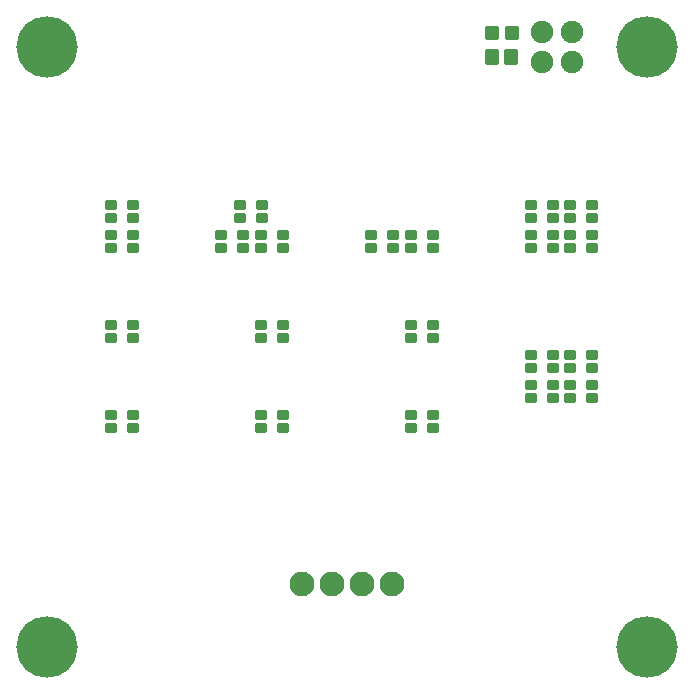
<source format=gts>
G04 Layer: TopSolderMaskLayer*
G04 EasyEDA v6.5.34, 2023-09-10 21:32:29*
G04 1afe794d2bab4df38a2457b4b3463e79,5a6b42c53f6a479593ecc07194224c93,10*
G04 Gerber Generator version 0.2*
G04 Scale: 100 percent, Rotated: No, Reflected: No *
G04 Dimensions in millimeters *
G04 leading zeros omitted , absolute positions ,4 integer and 5 decimal *
%FSLAX45Y45*%
%MOMM*%

%AMMACRO1*1,1,$1,$2,$3*1,1,$1,$4,$5*1,1,$1,0-$2,0-$3*1,1,$1,0-$4,0-$5*20,1,$1,$2,$3,$4,$5,0*20,1,$1,$4,$5,0-$2,0-$3,0*20,1,$1,0-$2,0-$3,0-$4,0-$5,0*20,1,$1,0-$4,0-$5,$2,$3,0*4,1,4,$2,$3,$4,$5,0-$2,0-$3,0-$4,0-$5,$2,$3,0*%
%ADD10MACRO1,0.1016X-0.45X0.35X0.45X0.35*%
%ADD11MACRO1,0.2032X0.5X-0.55X-0.5X-0.55*%
%ADD12MACRO1,0.2032X-0.45X-0.5X-0.45X0.5*%
%ADD13C,5.2032*%
%ADD14C,1.9016*%
%ADD15C,2.1016*%

%LPD*%
D10*
G01*
X2199700Y4118993D03*
G01*
X2016692Y4118990D03*
G01*
X2016693Y4008986D03*
G01*
X2199700Y4008986D03*
G01*
X4993695Y2594996D03*
G01*
X4810687Y2594993D03*
G01*
X4810688Y2484988D03*
G01*
X4993695Y2484988D03*
G01*
X4663495Y2594996D03*
G01*
X4480487Y2594993D03*
G01*
X4480488Y2484988D03*
G01*
X4663495Y2484988D03*
G01*
X4993695Y2848996D03*
G01*
X4810687Y2848993D03*
G01*
X4810688Y2738988D03*
G01*
X4993695Y2738988D03*
G01*
X4663495Y2848996D03*
G01*
X4480487Y2848993D03*
G01*
X4480488Y2738988D03*
G01*
X4663495Y2738988D03*
G01*
X4663495Y4118993D03*
G01*
X4480487Y4118990D03*
G01*
X4480488Y4008986D03*
G01*
X4663495Y4008986D03*
G01*
X4993695Y4118993D03*
G01*
X4810687Y4118990D03*
G01*
X4810688Y4008986D03*
G01*
X4993695Y4008986D03*
G01*
X4663495Y3864993D03*
G01*
X4480487Y3864990D03*
G01*
X4480488Y3754986D03*
G01*
X4663495Y3754986D03*
G01*
X4993695Y3864993D03*
G01*
X4810687Y3864990D03*
G01*
X4810688Y3754986D03*
G01*
X4993695Y3754986D03*
G01*
X3647498Y2340996D03*
G01*
X3464490Y2340993D03*
G01*
X3464491Y2230988D03*
G01*
X3647498Y2230988D03*
G01*
X3647498Y3102993D03*
G01*
X3464490Y3102990D03*
G01*
X3464491Y2992986D03*
G01*
X3647498Y2992986D03*
G01*
X3647498Y3864993D03*
G01*
X3464490Y3864990D03*
G01*
X3464491Y3754986D03*
G01*
X3647498Y3754986D03*
G01*
X3304598Y3864993D03*
G01*
X3121590Y3864990D03*
G01*
X3121591Y3754986D03*
G01*
X3304598Y3754986D03*
G01*
X1107503Y2340996D03*
G01*
X924495Y2340993D03*
G01*
X924496Y2230988D03*
G01*
X1107503Y2230988D03*
G01*
X1107503Y3102993D03*
G01*
X924495Y3102990D03*
G01*
X924496Y2992986D03*
G01*
X1107503Y2992986D03*
G01*
X1107503Y3864993D03*
G01*
X924495Y3864990D03*
G01*
X924496Y3754986D03*
G01*
X1107503Y3754986D03*
G01*
X1107503Y4118993D03*
G01*
X924495Y4118990D03*
G01*
X924496Y4008986D03*
G01*
X1107503Y4008986D03*
G01*
X2034600Y3864993D03*
G01*
X1851592Y3864990D03*
G01*
X1851593Y3754986D03*
G01*
X2034600Y3754986D03*
G01*
X2377500Y3864993D03*
G01*
X2194492Y3864990D03*
G01*
X2194493Y3754986D03*
G01*
X2377500Y3754986D03*
G01*
X2377500Y3102993D03*
G01*
X2194492Y3102990D03*
G01*
X2194493Y2992986D03*
G01*
X2377500Y2992986D03*
G01*
X2377500Y2340996D03*
G01*
X2194492Y2340993D03*
G01*
X2194493Y2230988D03*
G01*
X2377500Y2230988D03*
D11*
G01*
X4149082Y5372089D03*
G01*
X4309082Y5372089D03*
D12*
G01*
X4144081Y5575282D03*
G01*
X4314080Y5575282D03*
D13*
G01*
X380992Y5460992D03*
D14*
G01*
X4571992Y5587992D03*
G01*
X4571992Y5333992D03*
G01*
X4825992Y5333992D03*
G01*
X4825992Y5587992D03*
D13*
G01*
X380992Y380992D03*
G01*
X5460992Y380992D03*
G01*
X5460992Y5460992D03*
D15*
G01*
X3301992Y914392D03*
G01*
X2539992Y914392D03*
G01*
X2793992Y914392D03*
G01*
X3047992Y914392D03*
M02*

</source>
